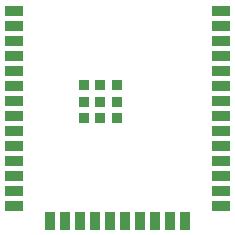
<source format=gbr>
%TF.GenerationSoftware,KiCad,Pcbnew,(6.0.9)*%
%TF.CreationDate,2023-01-13T00:03:30-05:00*%
%TF.ProjectId,esp32,65737033-322e-46b6-9963-61645f706362,rev?*%
%TF.SameCoordinates,Original*%
%TF.FileFunction,Copper,L1,Top*%
%TF.FilePolarity,Positive*%
%FSLAX46Y46*%
G04 Gerber Fmt 4.6, Leading zero omitted, Abs format (unit mm)*
G04 Created by KiCad (PCBNEW (6.0.9)) date 2023-01-13 00:03:30*
%MOMM*%
%LPD*%
G01*
G04 APERTURE LIST*
%TA.AperFunction,SMDPad,CuDef*%
%ADD10R,1.500000X0.900000*%
%TD*%
%TA.AperFunction,SMDPad,CuDef*%
%ADD11R,0.900000X1.500000*%
%TD*%
%TA.AperFunction,SMDPad,CuDef*%
%ADD12R,0.900000X0.900000*%
%TD*%
G04 APERTURE END LIST*
D10*
%TO.P,U1,1,VDDA*%
%TO.N,Net-(U1-Pad1)*%
X138850000Y-94990000D03*
%TO.P,U1,2,LNA_IN*%
%TO.N,unconnected-(U1-Pad2)*%
X138850000Y-96260000D03*
%TO.P,U1,3,VDD3P3*%
%TO.N,Net-(U1-Pad3)*%
X138850000Y-97530000D03*
%TO.P,U1,4,VDD3P3*%
X138850000Y-98800000D03*
%TO.P,U1,5,SENSOR_VP/GPIO36/ADC1_CH0*%
%TO.N,unconnected-(U1-Pad5)*%
X138850000Y-100070000D03*
%TO.P,U1,6,SENSOR_CAPP/GPIO37/ADC1_CH1*%
%TO.N,unconnected-(U1-Pad6)*%
X138850000Y-101340000D03*
%TO.P,U1,7,SENSOR_CAPN/GPIO38/ADC1_CH2*%
%TO.N,unconnected-(U1-Pad7)*%
X138850000Y-102610000D03*
%TO.P,U1,8,SENSOR_VN/GPIO39/ADC1_CH3*%
%TO.N,unconnected-(U1-Pad8)*%
X138850000Y-103880000D03*
%TO.P,U1,9,CHIP_PU*%
%TO.N,unconnected-(U1-Pad9)*%
X138850000Y-105150000D03*
%TO.P,U1,10,VDET_1/GPIO34/ADC1_CH6*%
%TO.N,unconnected-(U1-Pad10)*%
X138850000Y-106420000D03*
%TO.P,U1,11,VDET_2/GPIO35/ADC1_CH7*%
%TO.N,unconnected-(U1-Pad11)*%
X138850000Y-107690000D03*
%TO.P,U1,12,32K_XP/GPIO32/ADC1_CH4*%
%TO.N,unconnected-(U1-Pad12)*%
X138850000Y-108960000D03*
%TO.P,U1,13,32K_XN/GPIO33/ADC1_CH5*%
%TO.N,unconnected-(U1-Pad13)*%
X138850000Y-110230000D03*
%TO.P,U1,14,GPIO25/ADC2_CH8/DAC_1*%
%TO.N,unconnected-(U1-Pad14)*%
X138850000Y-111500000D03*
D11*
%TO.P,U1,15,GPIO26/ADC2_CH9/DAC_2*%
%TO.N,unconnected-(U1-Pad15)*%
X141880000Y-112750000D03*
%TO.P,U1,16,GPIO27/ADC2_CH7*%
%TO.N,unconnected-(U1-Pad16)*%
X143150000Y-112750000D03*
%TO.P,U1,17,MTMS/GPIO14/ADC2_CH6*%
%TO.N,unconnected-(U1-Pad17)*%
X144420000Y-112750000D03*
%TO.P,U1,18,MTDI/GPIO12/ADC2_CH5*%
%TO.N,unconnected-(U1-Pad18)*%
X145690000Y-112750000D03*
%TO.P,U1,19,VDD3P3_RTC*%
%TO.N,unconnected-(U1-Pad19)*%
X146960000Y-112750000D03*
%TO.P,U1,20,MTCK/GPIO13/ADC2_CH4*%
%TO.N,unconnected-(U1-Pad20)*%
X148230000Y-112750000D03*
%TO.P,U1,21,MTDO/GPIO15/ADC2_CH3*%
%TO.N,unconnected-(U1-Pad21)*%
X149500000Y-112750000D03*
%TO.P,U1,22,GPIO2/ADC2_CH2*%
%TO.N,unconnected-(U1-Pad22)*%
X150770000Y-112750000D03*
%TO.P,U1,23,GPIO0/BOOT/ADC2_CH1*%
%TO.N,unconnected-(U1-Pad23)*%
X152040000Y-112750000D03*
%TO.P,U1,24,GPIO4/ADC2_CH0*%
%TO.N,unconnected-(U1-Pad24)*%
X153310000Y-112750000D03*
D10*
%TO.P,U1,25,GPIO16*%
%TO.N,unconnected-(U1-Pad25)*%
X156350000Y-111500000D03*
%TO.P,U1,26,VDD_SDIO*%
%TO.N,unconnected-(U1-Pad26)*%
X156350000Y-110230000D03*
%TO.P,U1,27,GPIO17*%
%TO.N,unconnected-(U1-Pad27)*%
X156350000Y-108960000D03*
%TO.P,U1,28,SD_DATA_2/GPIO9*%
%TO.N,unconnected-(U1-Pad28)*%
X156350000Y-107690000D03*
%TO.P,U1,29,SD_DATA_3/GPIO10*%
%TO.N,unconnected-(U1-Pad29)*%
X156350000Y-106420000D03*
%TO.P,U1,30,SD_CMD/GPIO11*%
%TO.N,unconnected-(U1-Pad30)*%
X156350000Y-105150000D03*
%TO.P,U1,31,SD_CLK/GPIO6*%
%TO.N,unconnected-(U1-Pad31)*%
X156350000Y-103880000D03*
%TO.P,U1,32,SD_DATA_0/GPIO7*%
%TO.N,unconnected-(U1-Pad32)*%
X156350000Y-102610000D03*
%TO.P,U1,33,SD_DATA_1/GPIO8*%
%TO.N,unconnected-(U1-Pad33)*%
X156350000Y-101340000D03*
%TO.P,U1,34,GPIO5*%
%TO.N,unconnected-(U1-Pad34)*%
X156350000Y-100070000D03*
%TO.P,U1,35,GPIO18*%
%TO.N,unconnected-(U1-Pad35)*%
X156350000Y-98800000D03*
%TO.P,U1,36,GPIO23*%
%TO.N,unconnected-(U1-Pad36)*%
X156350000Y-97530000D03*
%TO.P,U1,37,VDD3P3_CPU*%
%TO.N,unconnected-(U1-Pad37)*%
X156350000Y-96260000D03*
%TO.P,U1,38,GPIO19*%
%TO.N,unconnected-(U1-Pad38)*%
X156350000Y-94990000D03*
D12*
%TO.P,U1,39,GPIO22*%
%TO.N,unconnected-(U1-Pad39)*%
X146100000Y-102710000D03*
X147500000Y-101310000D03*
X147500000Y-102710000D03*
X144700000Y-102710000D03*
X146100000Y-101310000D03*
X147500000Y-104110000D03*
X144700000Y-101310000D03*
X146100000Y-104110000D03*
X144700000Y-104110000D03*
%TD*%
M02*

</source>
